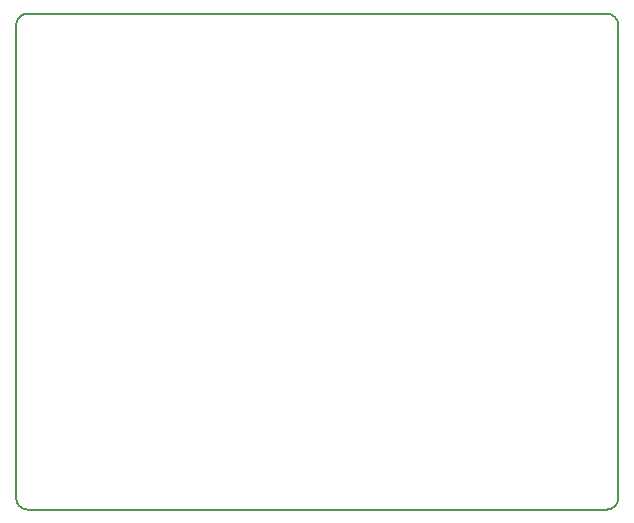
<source format=gbr>
%TF.GenerationSoftware,KiCad,Pcbnew,(6.0.1)*%
%TF.CreationDate,2022-04-20T02:22:31-05:00*%
%TF.ProjectId,pcb_w_STM32F030C8T6,7063625f-775f-4535-944d-333246303330,rev?*%
%TF.SameCoordinates,Original*%
%TF.FileFunction,Profile,NP*%
%FSLAX46Y46*%
G04 Gerber Fmt 4.6, Leading zero omitted, Abs format (unit mm)*
G04 Created by KiCad (PCBNEW (6.0.1)) date 2022-04-20 02:22:31*
%MOMM*%
%LPD*%
G01*
G04 APERTURE LIST*
%TA.AperFunction,Profile*%
%ADD10C,0.150000*%
%TD*%
G04 APERTURE END LIST*
D10*
X94000000Y-67000000D02*
X94000000Y-107000000D01*
X93000000Y-66000000D02*
X44000000Y-66000000D01*
X94000000Y-67000000D02*
G75*
G03*
X93000000Y-66000000I-1000003J-3D01*
G01*
X44000000Y-66000000D02*
G75*
G03*
X43000000Y-67000000I3J-1000003D01*
G01*
X93000000Y-108000000D02*
G75*
G03*
X94000000Y-107000000I-3J1000003D01*
G01*
X43000000Y-67000000D02*
X43000000Y-107000000D01*
X44000000Y-108000000D02*
X93000000Y-108000000D01*
X43000000Y-107000000D02*
G75*
G03*
X44000000Y-108000000I1000003J3D01*
G01*
M02*

</source>
